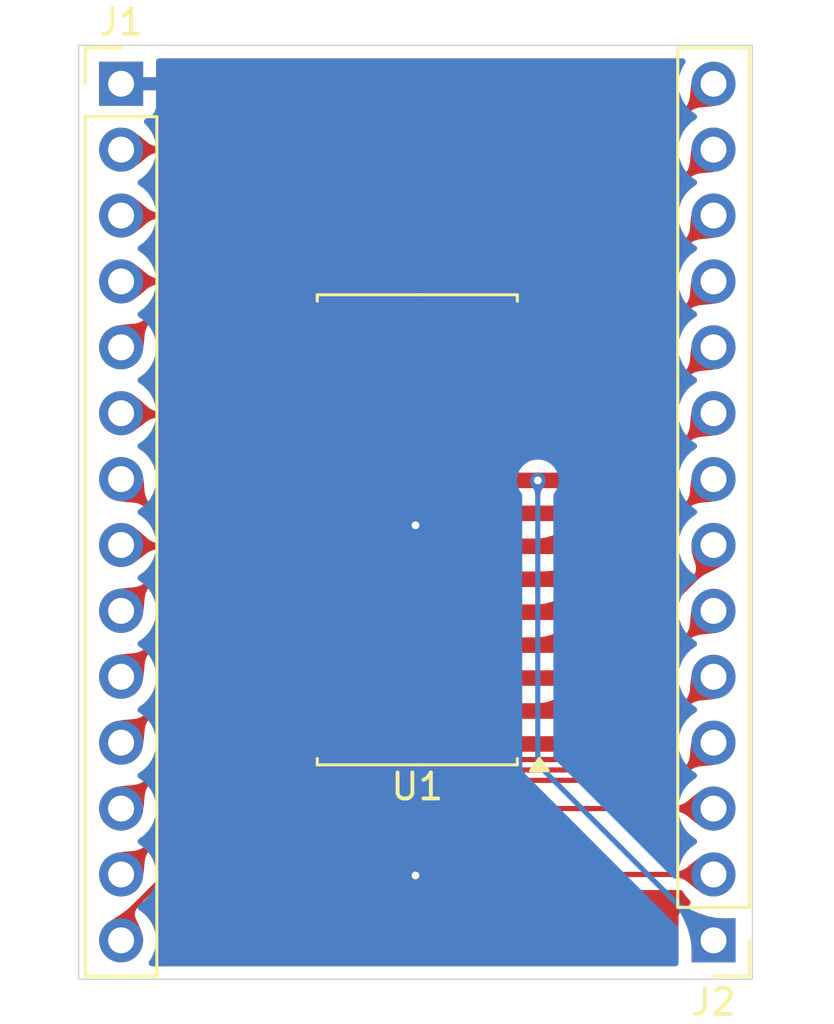
<source format=kicad_pcb>
(kicad_pcb (version 20241229) (generator "pcbnew") (generator_version "9.0")
  (layers (0 "F.Cu" signal) (2 "B.Cu" signal) (13 "F.Paste" user) (15 "B.Paste" user) (5 "F.SilkS" user "F.Silkscreen") (7 "B.SilkS" user "B.Silkscreen") (1 "F.Mask" user) (3 "B.Mask" user) (25 "Edge.Cuts" user))
  (net 0 "")
  (net 1 "/CS")
  (net 2 "/GPB3")
  (net 3 "/SCK")
  (net 4 "/GPB1")
  (net 5 "/GPB6")
  (net 6 "/VBUS")
  (net 7 "/INTB")
  (net 8 "/A2")
  (net 9 "/GPB7")
  (net 10 "/SI")
  (net 11 "/SO")
  (net 12 "/GND")
  (net 13 "/GPB4")
  (net 14 "/A1")
  (net 15 "/GPA7")
  (net 16 "/GPA2")
  (net 17 "/GPA6")
  (net 18 "/GPA0")
  (net 19 "/GPA3")
  (net 20 "/GPB2")
  (net 21 "/INTA")
  (net 22 "/GPB0")
  (net 23 "/RST")
  (net 24 "/A0")
  (net 25 "/GPA4")
  (net 26 "/GPA1")
  (net 27 "/GPB5")
  (net 28 "/GPA5")
  (footprint "Connector_PinHeader_2.54mm:PinHeader_1x14_P2.54mm_Vertical" (layer "F.Cu") (at 0.14 -0.02)
    (property "Reference" "J1" (at 0 -2.38 0) (layer "F.SilkS"))
    (property "Value" "Conn_01x14")
    (fp_line (start -1.38 -1.38) (end 0 -1.38) (stroke (width 0.12)) (layer "F.SilkS"))
    (fp_line (start -1.38 0) (end -1.38 -1.38) (stroke (width 0.12)) (layer "F.SilkS"))
    (fp_line (start -1.38 1.27) (end -1.38 34.4) (stroke (width 0.12)) (layer "F.SilkS"))
    (fp_line (start -1.38 1.27) (end 1.38 1.27) (stroke (width 0.12)) (layer "F.SilkS"))
    (fp_line (start -1.38 34.4) (end 1.38 34.4) (stroke (width 0.12)) (layer "F.SilkS"))
    (fp_line (start 1.38 1.27) (end 1.38 34.4) (stroke (width 0.12)) (layer "F.SilkS"))
    (pad "01" thru_hole circle (at 0 2.54) (size 1.7 1.7) (drill 1) (layers "*.Cu" "*.Mask") (net 11 "/SO"))
    (pad "02" thru_hole circle (at 0 5.08) (size 1.7 1.7) (drill 1) (layers "*.Cu" "*.Mask") (net 10 "/SI"))
    (pad "03" thru_hole circle (at 0 7.62) (size 1.7 1.7) (drill 1) (layers "*.Cu" "*.Mask") (net 3 "/SCK"))
    (pad "04" thru_hole circle (at 0 10.16) (size 1.7 1.7) (drill 1) (layers "*.Cu" "*.Mask") (net 1 "/CS"))
    (pad "05" thru_hole circle (at 0 12.7) (size 1.7 1.7) (drill 1) (layers "*.Cu" "*.Mask") (net 23 "/RST"))
    (pad "06" thru_hole circle (at 0 15.24) (size 1.7 1.7) (drill 1) (layers "*.Cu" "*.Mask") (net 18 "/GPA0"))
    (pad "07" thru_hole circle (at 0 17.78) (size 1.7 1.7) (drill 1) (layers "*.Cu" "*.Mask") (net 26 "/GPA1"))
    (pad "08" thru_hole circle (at 0 20.32) (size 1.7 1.7) (drill 1) (layers "*.Cu" "*.Mask") (net 16 "/GPA2"))
    (pad "09" thru_hole circle (at 0 22.86) (size 1.7 1.7) (drill 1) (layers "*.Cu" "*.Mask") (net 19 "/GPA3"))
    (pad "10" thru_hole circle (at 0 25.4) (size 1.7 1.7) (drill 1) (layers "*.Cu" "*.Mask") (net 25 "/GPA4"))
    (pad "11" thru_hole circle (at 0 27.94) (size 1.7 1.7) (drill 1) (layers "*.Cu" "*.Mask") (net 28 "/GPA5"))
    (pad "12" thru_hole circle (at 0 30.48) (size 1.7 1.7) (drill 1) (layers "*.Cu" "*.Mask") (net 17 "/GPA6"))
    (pad "13" thru_hole circle (at 0 33.02) (size 1.7 1.7) (drill 1) (layers "*.Cu" "*.Mask") (net 15 "/GPA7"))
    (pad "G" thru_hole rect (at 0 0) (size 1.7 1.7) (drill 1) (layers "*.Cu" "*.Mask") (net 12 "/GND"))
  )
  (footprint "Connector_PinHeader_2.54mm:PinHeader_1x14_P2.54mm_Vertical" (layer "F.Cu") (at 23 33 180)
    (property "Reference" "J2" (at 0 -2.38 0) (layer "F.SilkS"))
    (property "Value" "Conn_01x14")
    (fp_line (start 1.38 1.27) (end 1.38 34.4) (stroke (width 0.12)) (layer "F.SilkS"))
    (fp_line (start -1.38 34.4) (end 1.38 34.4) (stroke (width 0.12)) (layer "F.SilkS"))
    (fp_line (start -1.38 1.27) (end 1.38 1.27) (stroke (width 0.12)) (layer "F.SilkS"))
    (fp_line (start -1.38 1.27) (end -1.38 34.4) (stroke (width 0.12)) (layer "F.SilkS"))
    (fp_line (start -1.38 0) (end -1.38 -1.38) (stroke (width 0.12)) (layer "F.SilkS"))
    (fp_line (start -1.38 -1.38) (end 0 -1.38) (stroke (width 0.12)) (layer "F.SilkS"))
    (pad "14" thru_hole rect (at 0 0 180) (size 1.7 1.7) (drill 1) (layers "*.Cu" "*.Mask") (net 6 "/VBUS"))
    (pad "15" thru_hole circle (at 0 2.54 180) (size 1.7 1.7) (drill 1) (layers "*.Cu" "*.Mask") (net 21 "/INTA"))
    (pad "16" thru_hole circle (at 0 5.08 180) (size 1.7 1.7) (drill 1) (layers "*.Cu" "*.Mask") (net 7 "/INTB"))
    (pad "17" thru_hole circle (at 0 7.62 180) (size 1.7 1.7) (drill 1) (layers "*.Cu" "*.Mask") (net 8 "/A2"))
    (pad "18" thru_hole circle (at 0 10.16 180) (size 1.7 1.7) (drill 1) (layers "*.Cu" "*.Mask") (net 14 "/A1"))
    (pad "19" thru_hole circle (at 0 12.7 180) (size 1.7 1.7) (drill 1) (layers "*.Cu" "*.Mask") (net 24 "/A0"))
    (pad "20" thru_hole circle (at 0 15.24 180) (size 1.7 1.7) (drill 1) (layers "*.Cu" "*.Mask") (net 22 "/GPB0"))
    (pad "21" thru_hole circle (at 0 17.78 180) (size 1.7 1.7) (drill 1) (layers "*.Cu" "*.Mask") (net 4 "/GPB1"))
    (pad "22" thru_hole circle (at 0 20.32 180) (size 1.7 1.7) (drill 1) (layers "*.Cu" "*.Mask") (net 20 "/GPB2"))
    (pad "23" thru_hole circle (at 0 22.86 180) (size 1.7 1.7) (drill 1) (layers "*.Cu" "*.Mask") (net 2 "/GPB3"))
    (pad "24" thru_hole circle (at 0 25.4 180) (size 1.7 1.7) (drill 1) (layers "*.Cu" "*.Mask") (net 13 "/GPB4"))
    (pad "25" thru_hole circle (at 0 27.94 180) (size 1.7 1.7) (drill 1) (layers "*.Cu" "*.Mask") (net 27 "/GPB5"))
    (pad "26" thru_hole circle (at 0 30.48 180) (size 1.7 1.7) (drill 1) (layers "*.Cu" "*.Mask") (net 5 "/GPB6"))
    (pad "27" thru_hole circle (at 0 33.02 180) (size 1.7 1.7) (drill 1) (layers "*.Cu" "*.Mask") (net 9 "/GPB7"))
  )
  (footprint "Package_SO:SOIC-28W_7.5x17.9mm_P1.27mm" (layer "F.Cu") (at 11.57 17.175 180)
    (property "Reference" "U1" (at 0 -9.9 0) (layer "F.SilkS"))
    (property "Value" "MCP23017_SO")
    (fp_line (start 3.86 9.06) (end 3.86 8.815) (stroke (width 0.12)) (layer "F.SilkS"))
    (fp_line (start 3.86 -9.06) (end 3.86 -8.815) (stroke (width 0.12)) (layer "F.SilkS"))
    (fp_line (start 0 9.06) (end 3.86 9.06) (stroke (width 0.12)) (layer "F.SilkS"))
    (fp_line (start 0 9.06) (end -3.86 9.06) (stroke (width 0.12)) (layer "F.SilkS"))
    (fp_line (start 0 -9.06) (end 3.86 -9.06) (stroke (width 0.12)) (layer "F.SilkS"))
    (fp_line (start 0 -9.06) (end -3.86 -9.06) (stroke (width 0.12)) (layer "F.SilkS"))
    (fp_line (start -3.86 9.06) (end -3.86 8.815) (stroke (width 0.12)) (layer "F.SilkS"))
    (fp_line (start -3.86 -9.06) (end -3.86 -8.815) (stroke (width 0.12)) (layer "F.SilkS"))
    (fp_poly (pts (xy -4.7125 -8.815) (xy -5.0525 -9.285) (xy -4.3725 -9.285)) (stroke (width 0.12)) (fill yes) (layer "F.SilkS"))
    (pad "1" smd roundrect (at -4.65 -8.255 180) (size 2.05 0.6) (layers "F.Cu" "F.Mask" "F.Paste") (net 22 "/GPB0"))
    (pad "2" smd roundrect (at -4.65 -6.985 180) (size 2.05 0.6) (layers "F.Cu" "F.Mask" "F.Paste") (net 4 "/GPB1"))
    (pad "3" smd roundrect (at -4.65 -5.715 180) (size 2.05 0.6) (layers "F.Cu" "F.Mask" "F.Paste") (net 20 "/GPB2"))
    (pad "4" smd roundrect (at -4.65 -4.445 180) (size 2.05 0.6) (layers "F.Cu" "F.Mask" "F.Paste") (net 2 "/GPB3"))
    (pad "5" smd roundrect (at -4.65 -3.175 180) (size 2.05 0.6) (layers "F.Cu" "F.Mask" "F.Paste") (net 13 "/GPB4"))
    (pad "6" smd roundrect (at -4.65 -1.905 180) (size 2.05 0.6) (layers "F.Cu" "F.Mask" "F.Paste") (net 27 "/GPB5"))
    (pad "7" smd roundrect (at -4.65 -0.635 180) (size 2.05 0.6) (layers "F.Cu" "F.Mask" "F.Paste") (net 5 "/GPB6"))
    (pad "8" smd roundrect (at -4.65 0.635 180) (size 2.05 0.6) (layers "F.Cu" "F.Mask" "F.Paste") (net 9 "/GPB7"))
    (pad "9" smd roundrect (at -4.65 1.905 180) (size 2.05 0.6) (layers "F.Cu" "F.Mask" "F.Paste") (net 6 "/VBUS"))
    (pad "10" smd roundrect (at -4.65 3.175 180) (size 2.05 0.6) (layers "F.Cu" "F.Mask" "F.Paste") (net 12 "/GND"))
    (pad "11" smd roundrect (at -4.65 4.445 180) (size 2.05 0.6) (layers "F.Cu" "F.Mask" "F.Paste") (net 1 "/CS"))
    (pad "12" smd roundrect (at -4.65 5.715 180) (size 2.05 0.6) (layers "F.Cu" "F.Mask" "F.Paste") (net 3 "/SCK"))
    (pad "13" smd roundrect (at -4.65 6.985 180) (size 2.05 0.6) (layers "F.Cu" "F.Mask" "F.Paste") (net 10 "/SI"))
    (pad "14" smd roundrect (at -4.65 8.255 180) (size 2.05 0.6) (layers "F.Cu" "F.Mask" "F.Paste") (net 11 "/SO"))
    (pad "15" smd roundrect (at 4.65 8.255 180) (size 2.05 0.6) (layers "F.Cu" "F.Mask" "F.Paste") (net 24 "/A0"))
    (pad "16" smd roundrect (at 4.65 6.985 180) (size 2.05 0.6) (layers "F.Cu" "F.Mask" "F.Paste") (net 14 "/A1"))
    (pad "17" smd roundrect (at 4.65 5.715 180) (size 2.05 0.6) (layers "F.Cu" "F.Mask" "F.Paste") (net 8 "/A2"))
    (pad "18" smd roundrect (at 4.65 4.445 180) (size 2.05 0.6) (layers "F.Cu" "F.Mask" "F.Paste") (net 23 "/RST"))
    (pad "19" smd roundrect (at 4.65 3.175 180) (size 2.05 0.6) (layers "F.Cu" "F.Mask" "F.Paste") (net 7 "/INTB"))
    (pad "20" smd roundrect (at 4.65 1.905 180) (size 2.05 0.6) (layers "F.Cu" "F.Mask" "F.Paste") (net 21 "/INTA"))
    (pad "21" smd roundrect (at 4.65 0.635 180) (size 2.05 0.6) (layers "F.Cu" "F.Mask" "F.Paste") (net 18 "/GPA0"))
    (pad "22" smd roundrect (at 4.65 -0.635 180) (size 2.05 0.6) (layers "F.Cu" "F.Mask" "F.Paste") (net 26 "/GPA1"))
    (pad "23" smd roundrect (at 4.65 -1.905 180) (size 2.05 0.6) (layers "F.Cu" "F.Mask" "F.Paste") (net 16 "/GPA2"))
    (pad "24" smd roundrect (at 4.65 -3.175 180) (size 2.05 0.6) (layers "F.Cu" "F.Mask" "F.Paste") (net 19 "/GPA3"))
    (pad "25" smd roundrect (at 4.65 -4.445 180) (size 2.05 0.6) (layers "F.Cu" "F.Mask" "F.Paste") (net 25 "/GPA4"))
    (pad "26" smd roundrect (at 4.65 -5.715 180) (size 2.05 0.6) (layers "F.Cu" "F.Mask" "F.Paste") (net 28 "/GPA5"))
    (pad "27" smd roundrect (at 4.65 -6.985 180) (size 2.05 0.6) (layers "F.Cu" "F.Mask" "F.Paste") (net 17 "/GPA6"))
    (pad "28" smd roundrect (at 4.65 -8.255 180) (size 2.05 0.6) (layers "F.Cu" "F.Mask" "F.Paste") (net 15 "/GPA7"))
  )
  (gr_rect (start -1.5 -1.5) (end 24.5 34.5) (stroke (width 0.05)) (fill no) (layer "Edge.Cuts"))
  (segment (start 7.985968 8.319) (end 1.961 8.319) (width 0.2) (layer "F.Cu") (net 1))
  (segment (start 12.396968 12.73) (end 7.985968 8.319) (width 0.2) (layer "F.Cu") (net 1))
  (segment (start 16.22 12.73) (end 12.396968 12.73) (width 0.2) (layer "F.Cu") (net 1))
  (segment (start 1.961 8.319) (end 0.14 10.14) (width 0.2) (layer "F.Cu") (net 1))
  (segment (start 16.616968 21.62) (end 16.22 21.62) (width 0.2) (layer "F.Cu") (net 2))
  (segment (start 20 13.14) (end 20 18.236968) (width 0.2) (layer "F.Cu") (net 2))
  (segment (start 20 18.236968) (end 16.616968 21.62) (width 0.2) (layer "F.Cu") (net 2))
  (segment (start 23 10.14) (end 20 13.14) (width 0.2) (layer "F.Cu") (net 2))
  (segment (start 7.834068 7.6) (end 0.14 7.6) (width 0.2) (layer "F.Cu") (net 3))
  (segment (start 11.694068 11.46) (end 7.834068 7.6) (width 0.2) (layer "F.Cu") (net 3))
  (segment (start 16.22 11.46) (end 11.694068 11.46) (width 0.2) (layer "F.Cu") (net 3))
  (segment (start 23 15.22) (end 21 17.22) (width 0.2) (layer "F.Cu") (net 4))
  (segment (start 16.616968 24.16) (end 16.22 24.16) (width 0.2) (layer "F.Cu") (net 4))
  (segment (start 21 17.22) (end 21 19.776968) (width 0.2) (layer "F.Cu") (net 4))
  (segment (start 21 19.776968) (end 16.616968 24.16) (width 0.2) (layer "F.Cu") (net 4))
  (segment (start 16.616968 17.81) (end 16.22 17.81) (width 0.2) (layer "F.Cu") (net 5))
  (segment (start 23 2.52) (end 18.5 7.02) (width 0.2) (layer "F.Cu") (net 5))
  (segment (start 18.5 7.02) (end 18.5 15.926968) (width 0.2) (layer "F.Cu") (net 5))
  (segment (start 18.5 15.926968) (end 16.616968 17.81) (width 0.2) (layer "F.Cu") (net 5))
  (via (at 16.22 15.27) (size 0.6) (drill 0.3) (layers "F.Cu" "B.Cu") (net 6))
  (segment (start 23 33) (end 16.22 26.22) (width 0.2) (layer "B.Cu") (net 6))
  (segment (start 16.22 26.22) (end 16.22 15.27) (width 0.2) (layer "B.Cu") (net 6))
  (segment (start 8.647 21.225268) (end 15.341732 27.92) (width 0.2) (layer "F.Cu") (net 7))
  (segment (start 7.944999 14) (end 8.647 14.702001) (width 0.2) (layer "F.Cu") (net 7))
  (segment (start 15.341732 27.92) (end 23 27.92) (width 0.2) (layer "F.Cu") (net 7))
  (segment (start 8.647 14.702001) (end 8.647 21.225268) (width 0.2) (layer "F.Cu") (net 7))
  (segment (start 6.92 14) (end 7.944999 14) (width 0.2) (layer "F.Cu") (net 7))
  (segment (start 14.821832 26.833) (end 21.547 26.833) (width 0.2) (layer "F.Cu") (net 8))
  (segment (start 7.944999 11.46) (end 9.048 12.563001) (width 0.2) (layer "F.Cu") (net 8))
  (segment (start 9.048 12.563001) (end 9.048 21.059168) (width 0.2) (layer "F.Cu") (net 8))
  (segment (start 9.048 21.059168) (end 14.821832 26.833) (width 0.2) (layer "F.Cu") (net 8))
  (segment (start 6.92 11.46) (end 7.944999 11.46) (width 0.2) (layer "F.Cu") (net 8))
  (segment (start 21.547 26.833) (end 23 25.38) (width 0.2) (layer "F.Cu") (net 8))
  (segment (start 17.244999 16.54) (end 16.22 16.54) (width 0.2) (layer "F.Cu") (net 9))
  (segment (start 18 4.98) (end 18 15.784999) (width 0.2) (layer "F.Cu") (net 9))
  (segment (start 18 15.784999) (end 17.244999 16.54) (width 0.2) (layer "F.Cu") (net 9))
  (segment (start 23 -0.02) (end 18 4.98) (width 0.2) (layer "F.Cu") (net 9))
  (segment (start 5.861168 5.06) (end 0.14 5.06) (width 0.2) (layer "F.Cu") (net 10))
  (segment (start 16.22 10.19) (end 10.991168 10.19) (width 0.2) (layer "F.Cu") (net 10))
  (segment (start 10.991168 10.19) (end 5.861168 5.06) (width 0.2) (layer "F.Cu") (net 10))
  (segment (start 4.02 2.52) (end 0.14 2.52) (width 0.2) (layer "F.Cu") (net 11))
  (segment (start 10.42 8.92) (end 4.02 2.52) (width 0.2) (layer "F.Cu") (net 11))
  (segment (start 16.22 8.92) (end 10.42 8.92) (width 0.2) (layer "F.Cu") (net 11))
  (via (at 11.5 30.5) (size 0.6) (drill 0.3) (layers "F.Cu" "B.Cu") (net 12))
  (via (at 11.5 17) (size 0.6) (drill 0.3) (layers "F.Cu" "B.Cu") (net 12))
  (segment (start 23 7.6) (end 19.5 11.1) (width 0.2) (layer "F.Cu") (net 13))
  (segment (start 19.5 17.466968) (end 16.616968 20.35) (width 0.2) (layer "F.Cu") (net 13))
  (segment (start 19.5 11.1) (end 19.5 17.466968) (width 0.2) (layer "F.Cu") (net 13))
  (segment (start 16.616968 20.35) (end 16.22 20.35) (width 0.2) (layer "F.Cu") (net 13))
  (segment (start 19.408 26.432) (end 23 22.84) (width 0.2) (layer "F.Cu") (net 14))
  (segment (start 7.316968 10.19) (end 9.449 12.322032) (width 0.2) (layer "F.Cu") (net 14))
  (segment (start 14.987932 26.432) (end 19.408 26.432) (width 0.2) (layer "F.Cu") (net 14))
  (segment (start 9.449 20.893068) (end 14.987932 26.432) (width 0.2) (layer "F.Cu") (net 14))
  (segment (start 6.92 10.19) (end 7.316968 10.19) (width 0.2) (layer "F.Cu") (net 14))
  (segment (start 9.449 12.322032) (end 9.449 20.893068) (width 0.2) (layer "F.Cu") (net 14))
  (segment (start 6.92 25.43) (end 0.14 32.21) (width 0.2) (layer "F.Cu") (net 15))
  (segment (start 0.14 32.21) (end 0.14 33) (width 0.2) (layer "F.Cu") (net 15))
  (segment (start 6.92 19.08) (end 1.36 19.08) (width 0.2) (layer "F.Cu") (net 16))
  (segment (start 1.36 19.08) (end 0.14 20.3) (width 0.2) (layer "F.Cu") (net 16))
  (segment (start 6.44 24.16) (end 0.14 30.46) (width 0.2) (layer "F.Cu") (net 17))
  (segment (start 6.92 24.16) (end 6.44 24.16) (width 0.2) (layer "F.Cu") (net 17))
  (segment (start 1.46 16.54) (end 0.14 15.22) (width 0.2) (layer "F.Cu") (net 18))
  (segment (start 6.92 16.54) (end 1.46 16.54) (width 0.2) (layer "F.Cu") (net 18))
  (segment (start 6.92 20.35) (end 2.63 20.35) (width 0.2) (layer "F.Cu") (net 19))
  (segment (start 2.63 20.35) (end 0.14 22.84) (width 0.2) (layer "F.Cu") (net 19))
  (segment (start 20.401 15.279) (end 23 12.68) (width 0.2) (layer "F.Cu") (net 20))
  (segment (start 20.401 19.734) (end 20.401 15.279) (width 0.2) (layer "F.Cu") (net 20))
  (segment (start 16.22 22.89) (end 17.244999 22.89) (width 0.2) (layer "F.Cu") (net 20))
  (segment (start 17.244999 22.89) (end 20.401 19.734) (width 0.2) (layer "F.Cu") (net 20))
  (segment (start 7.944999 15.27) (end 6.92 15.27) (width 0.2) (layer "F.Cu") (net 21))
  (segment (start 8.246 15.571001) (end 7.944999 15.27) (width 0.2) (layer "F.Cu") (net 21))
  (segment (start 17.314632 30.46) (end 8.246 21.391368) (width 0.2) (layer "F.Cu") (net 21))
  (segment (start 8.246 21.391368) (end 8.246 15.571001) (width 0.2) (layer "F.Cu") (net 21))
  (segment (start 23 30.46) (end 17.314632 30.46) (width 0.2) (layer "F.Cu") (net 21))
  (segment (start 17.244999 25.43) (end 16.22 25.43) (width 0.2) (layer "F.Cu") (net 22))
  (segment (start 23 18.344068) (end 18 23.344068) (width 0.2) (layer "F.Cu") (net 22))
  (segment (start 18 24.674999) (end 17.244999 25.43) (width 0.2) (layer "F.Cu") (net 22))
  (segment (start 23 17.76) (end 23 18.344068) (width 0.2) (layer "F.Cu") (net 22))
  (segment (start 18 23.344068) (end 18 24.674999) (width 0.2) (layer "F.Cu") (net 22))
  (segment (start 0.19 12.73) (end 0.14 12.68) (width 0.2) (layer "F.Cu") (net 23))
  (segment (start 6.92 12.73) (end 0.19 12.73) (width 0.2) (layer "F.Cu") (net 23))
  (segment (start 9.85 10.825001) (end 9.85 20.726968) (width 0.2) (layer "F.Cu") (net 24))
  (segment (start 23 20.316968) (end 23 20.3) (width 0.2) (layer "F.Cu") (net 24))
  (segment (start 17.285968 26.031) (end 23 20.316968) (width 0.2) (layer "F.Cu") (net 24))
  (segment (start 9.85 20.726968) (end 15.154032 26.031) (width 0.2) (layer "F.Cu") (net 24))
  (segment (start 7.944999 8.92) (end 9.85 10.825001) (width 0.2) (layer "F.Cu") (net 24))
  (segment (start 15.154032 26.031) (end 17.285968 26.031) (width 0.2) (layer "F.Cu") (net 24))
  (segment (start 6.92 8.92) (end 7.944999 8.92) (width 0.2) (layer "F.Cu") (net 24))
  (segment (start 6.92 21.62) (end 3.9 21.62) (width 0.2) (layer "F.Cu") (net 25))
  (segment (start 3.9 21.62) (end 0.14 25.38) (width 0.2) (layer "F.Cu") (net 25))
  (segment (start 0.19 17.81) (end 0.14 17.76) (width 0.2) (layer "F.Cu") (net 26))
  (segment (start 6.92 17.81) (end 0.19 17.81) (width 0.2) (layer "F.Cu") (net 26))
  (segment (start 19 9.06) (end 19 17) (width 0.2) (layer "F.Cu") (net 27))
  (segment (start 19 17) (end 16.92 19.08) (width 0.2) (layer "F.Cu") (net 27))
  (segment (start 16.92 19.08) (end 16.22 19.08) (width 0.2) (layer "F.Cu") (net 27))
  (segment (start 23 5.06) (end 19 9.06) (width 0.2) (layer "F.Cu") (net 27))
  (segment (start 6.92 22.89) (end 5.17 22.89) (width 0.2) (layer "F.Cu") (net 28))
  (segment (start 5.17 22.89) (end 0.14 27.92) (width 0.2) (layer "F.Cu") (net 28))
  (zone (net 12) (net_name "/GND") (layer "F.Cu") (connect_pads (clearance 0.5)) (min_thickness 0.25) (fill yes (thermal_gap 0.5) (thermal_bridge_width 0.5) (island_removal_mode 2) (island_area_min 15))
    (polygon (pts (xy 24.5 34.5) (xy 24.5 -1.5) (xy -1.5 -1.5) (xy -1.5 34.5)))
  )
  (zone (net 12) (net_name "/GND") (layer "B.Cu") (priority 1) (connect_pads (clearance 0.5)) (min_thickness 0.25) (fill yes (thermal_gap 0.5) (thermal_bridge_width 0.5) (island_removal_mode 2) (island_area_min 10))
    (polygon (pts (xy 24.5 34.5) (xy 24.5 -1.5) (xy -1.5 -1.5) (xy -1.5 34.5)))
  )
)
</source>
